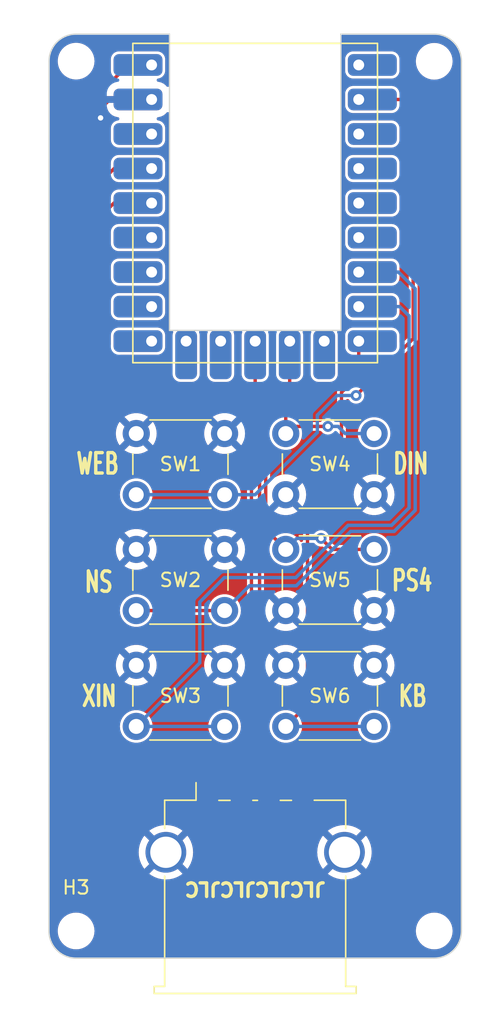
<source format=kicad_pcb>
(kicad_pcb (version 20221018) (generator pcbnew)
  (layers (0 "F.Cu" signal) (31 "B.Cu" signal) (34 "B.Paste" user) (35 "F.Paste" user) (36 "B.SilkS" user "B.Silkscreen") (37 "F.SilkS" user "F.Silkscreen") (38 "B.Mask" user) (39 "F.Mask" user) (44 "Edge.Cuts" user))
  (net 0 "")
  (net 1 "UP")
  (net 2 "OPTION")
  (net 3 "TP")
  (net 4 "SHARE")
  (net 5 "RIGHT")
  (net 6 "CROSS")
  (net 7 "CIRCLE")
  (net 8 "R2")
  (net 9 "R3")
  (net 10 "SQUARE")
  (net 11 "TRIANGLE")
  (net 12 "R1")
  (net 13 "PS")
  (net 14 "LEFT")
  (net 15 "L3")
  (net 16 "L2")
  (net 17 "L1")
  (net 18 "D_P")
  (net 19 "D_M")
  (net 20 "DOWN")
  (net 21 "+3.3V")
  (net 22 "+5V")
  (net 23 "GND")
  (footprint "MountingHole:MountingHole_2.2mm_M2" (layer "F.Cu") (at 63.25 97)
    (fp_text reference "H4" hide)
    (fp_text value "MountingHole")
    (pad "" np_thru_hole circle (at 0 0) (size 2.2 2.2) (drill 2.2) (layers "*.Cu" "*.Mask"))
  )
  (footprint "MountingHole:MountingHole_2.2mm_M2" (layer "F.Cu") (at 36.9 33)
    (fp_text reference "H1" hide)
    (fp_text value "MountingHole")
    (pad "" np_thru_hole circle (at 0 0) (size 2.2 2.2) (drill 2.2) (layers "*.Cu" "*.Mask"))
  )
  (footprint "Button_Switch_THT:SW_PUSH_6mm_H13mm" (layer "F.Cu") (at 52.325 60.4)
    (fp_text reference "SW4" (at 3.25 2.25) (layer "F.SilkS"))
    (fp_text value "SW_Push_Open")
    (fp_line (start -0.25 1.5) (end -0.25 3) (stroke (width 0.12)) (layer "F.SilkS"))
    (fp_line (start 1 5.5) (end 5.5 5.5) (stroke (width 0.12)) (layer "F.SilkS"))
    (fp_line (start 5.5 -1) (end 1 -1) (stroke (width 0.12)) (layer "F.SilkS"))
    (fp_line (start 6.75 3) (end 6.75 1.5) (stroke (width 0.12)) (layer "F.SilkS"))
    (pad "1" thru_hole circle (at 0 0 90) (size 2 2) (drill 1.1) (layers "*.Cu" "*.Mask") (net 10 "SQUARE"))
    (pad "1" thru_hole circle (at 6.5 0 90) (size 2 2) (drill 1.1) (layers "*.Cu" "*.Mask") (net 10 "SQUARE"))
    (pad "2" thru_hole circle (at 0 4.5 90) (size 2 2) (drill 1.1) (layers "*.Cu" "*.Mask") (net 23 "GND"))
    (pad "2" thru_hole circle (at 6.5 4.5 90) (size 2 2) (drill 1.1) (layers "*.Cu" "*.Mask") (net 23 "GND"))
  )
  (footprint "Connector_USB:USB_A_TE_292303-7_Horizontal" (layer "F.Cu") (at 50.075 93.91)
    (fp_text reference "J1" hide)
    (fp_text value "USB_A")
    (fp_line (start -7.43 7.17) (end -7.43 7.69) (stroke (width 0.12)) (layer "F.SilkS"))
    (fp_line (start -7.43 7.69) (end 7.43 7.69) (stroke (width 0.12)) (layer "F.SilkS"))
    (fp_line (start -6.66 -6.53) (end -6.66 -4.46) (stroke (width 0.12)) (layer "F.SilkS"))
    (fp_line (start -6.66 -6.53) (end -4.35 -6.53) (stroke (width 0.12)) (layer "F.SilkS"))
    (fp_line (start -6.66 7.17) (end -7.43 7.17) (stroke (width 0.12)) (layer "F.SilkS"))
    (fp_line (start -6.66 7.17) (end -6.66 -0.94) (stroke (width 0.12)) (layer "F.SilkS"))
    (fp_line (start -4.35 -7.82) (end -4.35 -6.53) (stroke (width 0.12)) (layer "F.SilkS"))
    (fp_line (start -2.67 -6.52) (end -1.85 -6.52) (stroke (width 0.12)) (layer "F.SilkS"))
    (fp_line (start -0.17 -6.52) (end 0.17 -6.52) (stroke (width 0.12)) (layer "F.SilkS"))
    (fp_line (start 1.85 -6.52) (end 2.67 -6.52) (stroke (width 0.12)) (layer "F.SilkS"))
    (fp_line (start 4.35 -6.53) (end 6.66 -6.53) (stroke (width 0.12)) (layer "F.SilkS"))
    (fp_line (start 6.66 -6.53) (end 6.66 -4.46) (stroke (width 0.12)) (layer "F.SilkS"))
    (fp_line (start 6.66 -0.94) (end 6.66 7.17) (stroke (width 0.12)) (layer "F.SilkS"))
    (fp_line (start 7.43 7.17) (end 6.66 7.17) (stroke (width 0.12)) (layer "F.SilkS"))
    (fp_line (start 7.43 7.69) (end 7.43 7.17) (stroke (width 0.12)) (layer "F.SilkS"))
    (pad "1" smd rect (at -3.5 -6.38) (size 1.25 3) (layers "F.Cu" "F.Paste" "F.Mask") (net 22 "+5V"))
    (pad "2" smd rect (at -1 -6.38) (size 1.25 3) (layers "F.Cu" "F.Paste" "F.Mask") (net 19 "D_M"))
    (pad "3" smd rect (at 1 -6.38) (size 1.25 3) (layers "F.Cu" "F.Paste" "F.Mask") (net 18 "D_P"))
    (pad "4" smd rect (at 3.5 -6.38) (size 1.25 3) (layers "F.Cu" "F.Paste" "F.Mask") (net 23 "GND"))
    (pad "5" thru_hole circle (at -6.57 -2.7) (size 3 3) (drill 2.3) (layers "*.Cu" "*.Mask") (net 23 "GND"))
    (pad "5" thru_hole circle (at 6.57 -2.7) (size 3 3) (drill 2.3) (layers "*.Cu" "*.Mask") (net 23 "GND"))
  )
  (footprint "Button_Switch_THT:SW_PUSH_6mm_H13mm" (layer "F.Cu") (at 52.325 68.925)
    (fp_text reference "SW5" (at 3.25 2.25) (layer "F.SilkS"))
    (fp_text value "SW_Push_Open")
    (fp_line (start -0.25 1.5) (end -0.25 3) (stroke (width 0.12)) (layer "F.SilkS"))
    (fp_line (start 1 5.5) (end 5.5 5.5) (stroke (width 0.12)) (layer "F.SilkS"))
    (fp_line (start 5.5 -1) (end 1 -1) (stroke (width 0.12)) (layer "F.SilkS"))
    (fp_line (start 6.75 3) (end 6.75 1.5) (stroke (width 0.12)) (layer "F.SilkS"))
    (pad "1" thru_hole circle (at 0 0 90) (size 2 2) (drill 1.1) (layers "*.Cu" "*.Mask") (net 11 "TRIANGLE"))
    (pad "1" thru_hole circle (at 6.5 0 90) (size 2 2) (drill 1.1) (layers "*.Cu" "*.Mask") (net 11 "TRIANGLE"))
    (pad "2" thru_hole circle (at 0 4.5 90) (size 2 2) (drill 1.1) (layers "*.Cu" "*.Mask") (net 23 "GND"))
    (pad "2" thru_hole circle (at 6.5 4.5 90) (size 2 2) (drill 1.1) (layers "*.Cu" "*.Mask") (net 23 "GND"))
  )
  (footprint "Button_Switch_THT:SW_PUSH_6mm_H13mm" (layer "F.Cu") (at 47.825 73.425 180)
    (fp_text reference "SW2" (at 3.25 2.25 180) (layer "F.SilkS"))
    (fp_text value "SW_Push_Open")
    (fp_line (start -0.25 1.5) (end -0.25 3) (stroke (width 0.12)) (layer "F.SilkS"))
    (fp_line (start 1 5.5) (end 5.5 5.5) (stroke (width 0.12)) (layer "F.SilkS"))
    (fp_line (start 5.5 -1) (end 1 -1) (stroke (width 0.12)) (layer "F.SilkS"))
    (fp_line (start 6.75 3) (end 6.75 1.5) (stroke (width 0.12)) (layer "F.SilkS"))
    (pad "1" thru_hole circle (at 0 0 270) (size 2 2) (drill 1.1) (layers "*.Cu" "*.Mask") (net 6 "CROSS"))
    (pad "1" thru_hole circle (at 6.5 0 270) (size 2 2) (drill 1.1) (layers "*.Cu" "*.Mask") (net 6 "CROSS"))
    (pad "2" thru_hole circle (at 0 4.5 270) (size 2 2) (drill 1.1) (layers "*.Cu" "*.Mask") (net 23 "GND"))
    (pad "2" thru_hole circle (at 6.5 4.5 270) (size 2 2) (drill 1.1) (layers "*.Cu" "*.Mask") (net 23 "GND"))
  )
  (footprint "MountingHole:MountingHole_2.2mm_M2" (layer "F.Cu") (at 36.9 97)
    (fp_text reference "H3" (at 0 -3.2) (layer "F.SilkS"))
    (fp_text value "MountingHole")
    (pad "" np_thru_hole circle (at 0 0) (size 2.2 2.2) (drill 2.2) (layers "*.Cu" "*.Mask"))
  )
  (footprint "Button_Switch_THT:SW_PUSH_6mm_H13mm" (layer "F.Cu") (at 47.825 81.95 180)
    (fp_text reference "SW3" (at 3.25 2.25 180) (layer "F.SilkS"))
    (fp_text value "SW_Push_Open")
    (fp_line (start -0.25 1.5) (end -0.25 3) (stroke (width 0.12)) (layer "F.SilkS"))
    (fp_line (start 1 5.5) (end 5.5 5.5) (stroke (width 0.12)) (layer "F.SilkS"))
    (fp_line (start 5.5 -1) (end 1 -1) (stroke (width 0.12)) (layer "F.SilkS"))
    (fp_line (start 6.75 3) (end 6.75 1.5) (stroke (width 0.12)) (layer "F.SilkS"))
    (pad "1" thru_hole circle (at 0 0 270) (size 2 2) (drill 1.1) (layers "*.Cu" "*.Mask") (net 7 "CIRCLE"))
    (pad "1" thru_hole circle (at 6.5 0 270) (size 2 2) (drill 1.1) (layers "*.Cu" "*.Mask") (net 7 "CIRCLE"))
    (pad "2" thru_hole circle (at 0 4.5 270) (size 2 2) (drill 1.1) (layers "*.Cu" "*.Mask") (net 23 "GND"))
    (pad "2" thru_hole circle (at 6.5 4.5 270) (size 2 2) (drill 1.1) (layers "*.Cu" "*.Mask") (net 23 "GND"))
  )
  (footprint "rp2040-zero,pretty:RP2040-Zero" (layer "F.Cu") (at 41.075 55.19)
    (fp_text reference "RZ1" hide)
    (fp_text value "RP2040-Zero")
    (fp_line (start 0 -23.5) (end 0 0) (stroke (width 0.12)) (layer "F.SilkS"))
    (fp_line (start 0 0) (end 18 0) (stroke (width 0.12)) (layer "F.SilkS"))
    (fp_line (start 18 -23.5) (end 0 -23.5) (stroke (width 0.12)) (layer "F.SilkS"))
    (fp_line (start 18 0) (end 18 -23.5) (stroke (width 0.12)) (layer "F.SilkS"))
    (pad "1" thru_hole roundrect (at 16.62 -21.91 180) (size 3.6 1.6) (drill 0.8 (offset -1 0)) (layers "*.Cu" "F.Mask") (net 4 "SHARE"))
    (pad "2" thru_hole roundrect (at 16.62 -19.37 180) (size 3.6 1.6) (drill 0.8 (offset -1 0)) (layers "*.Cu" "F.Mask") (net 2 "OPTION"))
    (pad "3" thru_hole roundrect (at 16.62 -16.83 180) (size 3.6 1.6) (drill 0.8 (offset -1 0)) (layers "*.Cu" "F.Mask") (net 1 "UP"))
    (pad "4" thru_hole roundrect (at 16.62 -14.29 180) (size 3.6 1.6) (drill 0.8 (offset -1 0)) (layers "*.Cu" "F.Mask") (net 20 "DOWN"))
    (pad "5" thru_hole roundrect (at 16.62 -11.75 180) (size 3.6 1.6) (drill 0.8 (offset -1 0)) (layers "*.Cu" "F.Mask") (net 5 "RIGHT"))
    (pad "6" thru_hole roundrect (at 16.62 -9.21 180) (size 3.6 1.6) (drill 0.8 (offset -1 0)) (layers "*.Cu" "F.Mask") (net 14 "LEFT"))
    (pad "7" thru_hole roundrect (at 16.62 -6.67 180) (size 3.6 1.6) (drill 0.8 (offset -1 0)) (layers "*.Cu" "F.Mask") (net 6 "CROSS"))
    (pad "8" thru_hole roundrect (at 16.62 -4.13 180) (size 3.6 1.6) (drill 0.8 (offset -1 0)) (layers "*.Cu" "F.Mask") (net 7 "CIRCLE"))
    (pad "9" thru_hole roundrect (at 16.62 -1.59 180) (size 3.6 1.6) (drill 0.8 (offset -1 0)) (layers "*.Cu" "F.Mask") (net 8 "R2"))
    (pad "10" thru_hole roundrect (at 14.08 -1.59 90) (size 3.6 1.6) (drill 0.8 (offset -1 0)) (layers "*.Cu" "F.Mask") (net 16 "L2"))
    (pad "11" thru_hole roundrect (at 11.54 -1.59 90) (size 3.6 1.6) (drill 0.8 (offset -1 0)) (layers "*.Cu" "F.Mask") (net 10 "SQUARE"))
    (pad "12" thru_hole roundrect (at 9 -1.59 90) (size 3.6 1.6) (drill 0.8 (offset -1 0)) (layers "*.Cu" "F.Mask") (net 11 "TRIANGLE"))
    (pad "13" thru_hole roundrect (at 6.46 -1.59 90) (size 3.6 1.6) (drill 0.8 (offset -1 0)) (layers "*.Cu" "F.Mask") (net 12 "R1"))
    (pad "14" thru_hole roundrect (at 3.92 -1.59 90) (size 3.6 1.6) (drill 0.8 (offset -1 0)) (layers "*.Cu" "F.Mask") (net 17 "L1"))
    (pad "15" thru_hole roundrect (at 1.38 -1.59) (size 3.6 1.6) (drill 0.8 (offset -1 0)) (layers "*.Cu" "F.Mask") (net 13 "PS"))
    (pad "16" thru_hole roundrect (at 1.38 -4.13) (size 3.6 1.6) (drill 0.8 (offset -1 0)) (layers "*.Cu" "F.Mask") (net 3 "TP"))
    (pad "17" thru_hole roundrect (at 1.38 -6.67) (size 3.6 1.6) (drill 0.8 (offset -1 0)) (layers "*.Cu" "F.Mask") (net 15 "L3"))
    (pad "18" thru_hole roundrect (at 1.38 -9.21) (size 3.6 1.6) (drill 0.8 (offset -1 0)) (layers "*.Cu" "F.Mask") (net 9 "R3"))
    (pad "19" thru_hole roundrect (at 1.38 -11.75) (size 3.6 1.6) (drill 0.8 (offset -1 0)) (layers "*.Cu" "F.Mask") (net 18 "D_P"))
    (pad "20" thru_hole roundrect (at 1.38 -14.29) (size 3.6 1.6) (drill 0.8 (offset -1 0)) (layers "*.Cu" "F.Mask") (net 19 "D_M"))
    (pad "21" thru_hole roundrect (at 1.38 -16.83) (size 3.6 1.6) (drill 0.8 (offset -1 0)) (layers "*.Cu" "F.Mask") (net 21 "+3.3V"))
    (pad "22" thru_hole roundrect (at 1.38 -21.91) (size 3.6 1.6) (drill 0.8 (offset -1 0)) (layers "*.Cu" "F.Mask") (net 22 "+5V"))
    (pad "23" thru_hole roundrect (at 1.38 -19.37) (size 3.6 1.6) (drill 0.8 (offset -1 0)) (layers "*.Cu" "F.Mask") (net 23 "GND"))
  )
  (footprint "Button_Switch_THT:SW_PUSH_6mm_H13mm" (layer "F.Cu") (at 47.825 64.9 180)
    (fp_text reference "SW1" (at 3.25 2.25 180) (layer "F.SilkS"))
    (fp_text value "SW_Push_Open")
    (fp_line (start -0.25 1.5) (end -0.25 3) (stroke (width 0.12)) (layer "F.SilkS"))
    (fp_line (start 1 5.5) (end 5.5 5.5) (stroke (width 0.12)) (layer "F.SilkS"))
    (fp_line (start 5.5 -1) (end 1 -1) (stroke (width 0.12)) (layer "F.SilkS"))
    (fp_line (start 6.75 3) (end 6.75 1.5) (stroke (width 0.12)) (layer "F.SilkS"))
    (pad "1" thru_hole circle (at 0 0 270) (size 2 2) (drill 1.1) (layers "*.Cu" "*.Mask") (net 2 "OPTION"))
    (pad "1" thru_hole circle (at 6.5 0 270) (size 2 2) (drill 1.1) (layers "*.Cu" "*.Mask") (net 2 "OPTION"))
    (pad "2" thru_hole circle (at 0 4.5 270) (size 2 2) (drill 1.1) (layers "*.Cu" "*.Mask") (net 23 "GND"))
    (pad "2" thru_hole circle (at 6.5 4.5 270) (size 2 2) (drill 1.1) (layers "*.Cu" "*.Mask") (net 23 "GND"))
  )
  (footprint "MountingHole:MountingHole_2.2mm_M2" (layer "F.Cu") (at 63.25 33.01)
    (fp_text reference "H2" hide)
    (fp_text value "MountingHole")
    (pad "" np_thru_hole circle (at 0 0) (size 2.2 2.2) (drill 2.2) (layers "*.Cu" "*.Mask"))
  )
  (footprint "Button_Switch_THT:SW_PUSH_6mm_H13mm" (layer "F.Cu") (at 58.825 81.95 180)
    (fp_text reference "SW6" (at 3.25 2.25 180) (layer "F.SilkS"))
    (fp_text value "SW_Push_Open")
    (fp_line (start -0.25 1.5) (end -0.25 3) (stroke (width 0.12)) (layer "F.SilkS"))
    (fp_line (start 1 5.5) (end 5.5 5.5) (stroke (width 0.12)) (layer "F.SilkS"))
    (fp_line (start 5.5 -1) (end 1 -1) (stroke (width 0.12)) (layer "F.SilkS"))
    (fp_line (start 6.75 3) (end 6.75 1.5) (stroke (width 0.12)) (layer "F.SilkS"))
    (pad "1" thru_hole circle (at 0 0 270) (size 2 2) (drill 1.1) (layers "*.Cu" "*.Mask") (net 8 "R2"))
    (pad "1" thru_hole circle (at 6.5 0 270) (size 2 2) (drill 1.1) (layers "*.Cu" "*.Mask") (net 8 "R2"))
    (pad "2" thru_hole circle (at 0 4.5 270) (size 2 2) (drill 1.1) (layers "*.Cu" "*.Mask") (net 23 "GND"))
    (pad "2" thru_hole circle (at 6.5 4.5 270) (size 2 2) (drill 1.1) (layers "*.Cu" "*.Mask") (net 23 "GND"))
  )
  (gr_line (start 63.25 99) (end 36.9 99) (stroke (width 0.1)) (layer "Edge.Cuts"))
  (gr_line (start 43.77 52.81) (end 43.77 31.01) (stroke (width 0.1)) (layer "Edge.Cuts"))
  (gr_line (start 43.77 31.01) (end 36.9 31.01) (stroke (width 0.1)) (layer "Edge.Cuts"))
  (gr_arc (start 63.25 31.01) (mid 64.664214 31.595786) (end 65.25 33.01) (stroke (width 0.1)) (layer "Edge.Cuts"))
  (gr_line (start 56.38 31.01) (end 56.38 52.81) (stroke (width 0.1)) (layer "Edge.Cuts"))
  (gr_line (start 65.25 33.01) (end 65.25 97) (stroke (width 0.1)) (layer "Edge.Cuts"))
  (gr_line (start 63.25 31.01) (end 56.38 31.01) (stroke (width 0.1)) (layer "Edge.Cuts"))
  (gr_arc (start 65.25 97) (mid 64.664214 98.414214) (end 63.25 99) (stroke (width 0.1)) (layer "Edge.Cuts"))
  (gr_line (start 56.38 52.81) (end 43.77 52.81) (stroke (width 0.1)) (layer "Edge.Cuts"))
  (gr_line (start 34.9 97) (end 34.91 33) (stroke (width 0.1)) (layer "Edge.Cuts"))
  (gr_arc (start 34.91 33) (mid 35.492858 31.592858) (end 36.9 31.01) (stroke (width 0.1)) (layer "Edge.Cuts"))
  (gr_arc (start 36.9 99) (mid 35.485786 98.414214) (end 34.9 97) (stroke (width 0.1)) (layer "Edge.Cuts"))
  (gr_text "NS" (at 37.4 72.2) (layer "F.SilkS") (effects (font (size 1.5 1) (thickness 0.25) bold) (justify left bottom)))
  (gr_text "WEB" (at 36.8 63.5) (layer "F.SilkS") (effects (font (size 1.5 1) (thickness 0.25) bold) (justify left bottom)))
  (gr_text "PS4" (at 60 72.1) (layer "F.SilkS") (effects (font (size 1.5 1) (thickness 0.25) bold) (justify left bottom)))
  (gr_text "KB" (at 60.5 80.6) (layer "F.SilkS") (effects (font (size 1.5 1) (thickness 0.25) bold) (justify left bottom)))
  (gr_text "JLCJLCJLCJLC" (at 50.075 93.91 180) (layer "F.SilkS") (effects (font (size 1 1) (thickness 0.25) bold)))
  (gr_text "DIN" (at 60.1 63.5) (layer "F.SilkS") (effects (font (size 1.5 1) (thickness 0.25) bold) (justify left bottom)))
  (gr_text "XIN\n" (at 37.2 80.6) (layer "F.SilkS") (effects (font (size 1.5 1) (thickness 0.25) bold) (justify left bottom)))
  (segment (start 57.5 57.6) (end 60.375 54.725) (width 0.25) (layer "F.Cu") (net 2))
  (segment (start 61.7 53.420305) (end 61.7 36.62) (width 0.25) (layer "F.Cu") (net 2))
  (segment (start 60.9 35.82) (end 57.695 35.82) (width 0.25) (layer "F.Cu") (net 2))
  (segment (start 60.375 54.725) (end 60.395305 54.725) (width 0.25) (layer "F.Cu") (net 2))
  (segment (start 60.395305 54.725) (end 61.7 53.420305) (width 0.25) (layer "F.Cu") (net 2))
  (segment (start 61.7 36.62) (end 60.9 35.82) (width 0.25) (layer "F.Cu") (net 2))
  (via (at 57.5 57.6) (size 0.8) (drill 0.4) (layers "F.Cu" "B.Cu") (net 2))
  (segment (start 56.1 57.6) (end 54.65 59.05) (width 0.25) (layer "B.Cu") (net 2))
  (segment (start 57.5 57.6) (end 56.1 57.6) (width 0.25) (layer "B.Cu") (net 2))
  (segment (start 54.65 59.05) (end 54.65 60.325) (width 0.25) (layer "B.Cu") (net 2))
  (segment (start 54.65 60.325) (end 50.075 64.9) (width 0.25) (layer "B.Cu") (net 2))
  (segment (start 41.325 64.9) (end 47.825 64.9) (width 0.25) (layer "B.Cu") (net 2))
  (segment (start 50.075 64.9) (end 47.825 64.9) (width 0.25) (layer "B.Cu") (net 2))
  (segment (start 47.825 73.425) (end 41.325 73.425) (width 0.25) (layer "F.Cu") (net 6))
  (segment (start 49.65 71.6) (end 53.1 71.6) (width 0.25) (layer "B.Cu") (net 6))
  (segment (start 53.1 71.6) (end 57.1 67.6) (width 0.25) (layer "B.Cu") (net 6))
  (segment (start 61.85 49.75) (end 60.62 48.52) (width 0.25) (layer "B.Cu") (net 6))
  (segment (start 57.1 67.6) (end 60.3 67.6) (width 0.25) (layer "B.Cu") (net 6))
  (segment (start 60.62 48.52) (end 57.695 48.52) (width 0.25) (layer "B.Cu") (net 6))
  (segment (start 61.85 66.05) (end 61.85 49.75) (width 0.25) (layer "B.Cu") (net 6))
  (segment (start 60.3 67.6) (end 61.85 66.05) (width 0.25) (layer "B.Cu") (net 6))
  (segment (start 47.825 73.425) (end 49.65 71.6) (width 0.25) (layer "B.Cu") (net 6))
  (segment (start 46 77.275) (end 46 72.8) (width 0.25) (layer "B.Cu") (net 7))
  (segment (start 46 72.8) (end 47.8 71) (width 0.25) (layer "B.Cu") (net 7))
  (segment (start 60.113604 67.15) (end 61.4 65.863604) (width 0.25) (layer "B.Cu") (net 7))
  (segment (start 56.913604 67.15) (end 60.113604 67.15) (width 0.25) (layer "B.Cu") (net 7))
  (segment (start 61.4 51.75) (end 60.71 51.06) (width 0.25) (layer "B.Cu") (net 7))
  (segment (start 41.325 81.95) (end 47.825 81.95) (width 0.25) (layer "B.Cu") (net 7))
  (segment (start 41.325 81.95) (end 46 77.275) (width 0.25) (layer "B.Cu") (net 7))
  (segment (start 47.8 71) (end 53.063604 71) (width 0.25) (layer "B.Cu") (net 7))
  (segment (start 61.4 65.863604) (end 61.4 51.75) (width 0.25) (layer "B.Cu") (net 7))
  (segment (start 53.063604 71) (end 56.913604 67.15) (width 0.25) (layer "B.Cu") (net 7))
  (segment (start 60.71 51.06) (end 57.695 51.06) (width 0.25) (layer "B.Cu") (net 7))
  (segment (start 52.325 81.95) (end 53.925 80.35) (width 0.25) (layer "F.Cu") (net 8))
  (segment (start 56.425 64.475) (end 56.425 57.375) (width 0.25) (layer "F.Cu") (net 8))
  (segment (start 53.925 66.975) (end 56.425 64.475) (width 0.25) (layer "F.Cu") (net 8))
  (segment (start 56.425 57.375) (end 57.695 56.105) (width 0.25) (layer "F.Cu") (net 8))
  (segment (start 53.925 80.35) (end 53.925 66.975) (width 0.25) (layer "F.Cu") (net 8))
  (segment (start 57.695 56.105) (end 57.695 53.6) (width 0.25) (layer "F.Cu") (net 8))
  (segment (start 52.325 81.95) (end 58.825 81.95) (width 0.25) (layer "B.Cu") (net 8))
  (segment (start 52.615 58.6475) (end 52.615 53.6) (width 0.25) (layer "F.Cu") (net 10))
  (segment (start 55.425 59.875) (end 52.85 59.875) (width 0.25) (layer "F.Cu") (net 10))
  (segment (start 52.85 59.875) (end 52.325 60.4) (width 0.25) (layer "F.Cu") (net 10))
  (segment (start 52.325 58.9375) (end 52.615 58.6475) (width 0.25) (layer "F.Cu") (net 10))
  (segment (start 52.325 60.4) (end 52.325 58.9375) (width 0.25) (layer "F.Cu") (net 10))
  (via (at 55.425 59.875) (size 0.8) (drill 0.4) (layers "F.Cu" "B.Cu") (net 10))
  (segment (start 56.7 60.4) (end 58.825 60.4) (width 0.25) (layer "B.Cu") (net 10))
  (segment (start 56.175 59.875) (end 56.7 60.4) (width 0.25) (layer "B.Cu") (net 10))
  (segment (start 55.425 59.875) (end 56.175 59.875) (width 0.25) (layer "B.Cu") (net 10))
  (segment (start 55.73427 68.925) (end 58.825 68.925) (width 0.25) (layer "F.Cu") (net 11))
  (segment (start 50.85 67.45) (end 50.85 59.613604) (width 0.25) (layer "F.Cu") (net 11))
  (segment (start 50.075 58.838604) (end 50.075 53.6) (width 0.25) (layer "F.Cu") (net 11))
  (segment (start 54.924138 68.114868) (end 55.73427 68.925) (width 0.25) (layer "F.Cu") (net 11))
  (segment (start 50.85 59.613604) (end 50.075 58.838604) (width 0.25) (layer "F.Cu") (net 11))
  (segment (start 52.325 68.925) (end 50.85 67.45) (width 0.25) (layer "F.Cu") (net 11))
  (via (at 54.924138 68.114868) (size 0.8) (drill 0.4) (layers "F.Cu" "B.Cu") (net 11))
  (segment (start 54.924138 68.114868) (end 53.135132 68.114868) (width 0.25) (layer "B.Cu") (net 11))
  (segment (start 53.135132 68.114868) (end 52.325 68.925) (width 0.25) (layer "B.Cu") (net 11))
  (segment (start 48.5 57.9) (end 42.736396 57.9) (width 0.25) (layer "F.Cu") (net 18))
  (segment (start 51.075 87.53) (end 51.075 85.475) (width 0.25) (layer "F.Cu") (net 18))
  (segment (start 51.075 85.475) (end 50.4 84.8) (width 0.25) (layer "F.Cu") (net 18))
  (segment (start 38.8 53.963604) (end 38.8 44.325) (width 0.25) (layer "F.Cu") (net 18))
  (segment (start 42.736396 57.9) (end 38.8 53.963604) (width 0.25) (layer "F.Cu") (net 18))
  (segment (start 50.4 84.8) (end 50.4 59.8) (width 0.25) (layer "F.Cu") (net 18))
  (segment (start 39.685 43.44) (end 42.455 43.44) (width 0.25) (layer "F.Cu") (net 18))
  (segment (start 38.8 44.325) (end 39.685 43.44) (width 0.25) (layer "F.Cu") (net 18))
  (segment (start 50.4 59.8) (end 48.5 57.9) (width 0.25) (layer "F.Cu") (net 18))
  (segment (start 42.55 58.35) (end 38.35 54.15) (width 0.25) (layer "F.Cu") (net 19))
  (segment (start 49.075 85.525) (end 49.8 84.8) (width 0.25) (layer "F.Cu") (net 19))
  (segment (start 38.35 42.25) (end 39.7 40.9) (width 0.25) (layer "F.Cu") (net 19))
  (segment (start 39.7 40.9) (end 42.455 40.9) (width 0.25) (layer "F.Cu") (net 19))
  (segment (start 49.8 59.836396) (end 48.313604 58.35) (width 0.25) (layer "F.Cu") (net 19))
  (segment (start 48.313604 58.35) (end 42.55 58.35) (width 0.25) (layer "F.Cu") (net 19))
  (segment (start 49.075 87.53) (end 49.075 85.525) (width 0.25) (layer "F.Cu") (net 19))
  (segment (start 38.35 54.15) (end 38.35 42.25) (width 0.25) (layer "F.Cu") (net 19))
  (segment (start 49.8 84.8) (end 49.8 59.836396) (width 0.25) (layer "F.Cu") (net 19))
  (segment (start 37.9 82.5) (end 37.9 36.1) (width 0.25) (layer "F.Cu") (net 22))
  (segment (start 46.575 87.53) (end 46.575 85.875) (width 0.25) (layer "F.Cu") (net 22))
  (segment (start 40.2 84.8) (end 37.9 82.5) (width 0.25) (layer "F.Cu") (net 22))
  (segment (start 46.575 85.875) (end 45.5 84.8) (width 0.25) (layer "F.Cu") (net 22))
  (segment (start 40.72 33.28) (end 42.455 33.28) (width 0.25) (layer "F.Cu") (net 22))
  (segment (start 37.9 36.1) (end 40.72 33.28) (width 0.25) (layer "F.Cu") (net 22))
  (segment (start 45.5 84.8) (end 40.2 84.8) (width 0.25) (layer "F.Cu") (net 22))
  (segment (start 38.7 37.175) (end 38.775 37) (width 0.25) (layer "F.Cu") (net 23))
  (segment (start 39.38 35.82) (end 38.7 36.5) (width 0.25) (layer "F.Cu") (net 23))
  (segment (start 42.455 35.82) (end 39.38 35.82) (width 0.25) (layer "F.Cu") (net 23))
  (segment (start 38.7 36.5) (end 38.7 37.175) (width 0.25) (layer "F.Cu") (net 23))
  (via (at 38.7 37.175) (size 0.8) (drill 0.4) (layers "F.Cu" "B.Cu") (net 23))
  (zone (net 23) (net_name "GND") (layers "F&B.Cu") (connect_pads (clearance 0)) (min_thickness 0.25) (fill yes (thermal_gap 0.5) (thermal_bridge_width 0.5))
    (polygon (pts (xy 67.55 28.5) (xy 67.55 103.1) (xy 31.3 103.1) (xy 31.3 28.5)))
  )
)
</source>
